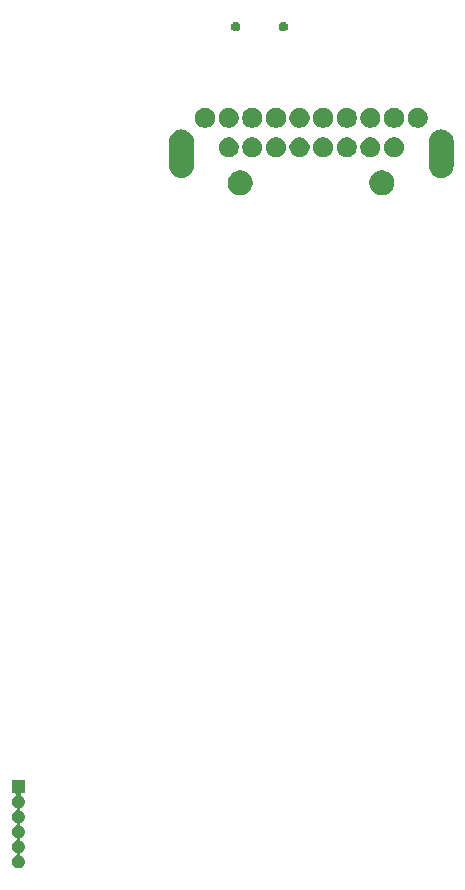
<source format=gbs>
G04 #@! TF.GenerationSoftware,KiCad,Pcbnew,(5.0.1)-4*
G04 #@! TF.CreationDate,2019-03-10T19:06:40+01:00*
G04 #@! TF.ProjectId,wiihdmi_wmi,77696968646D695F776D692E6B696361,rev?*
G04 #@! TF.SameCoordinates,Original*
G04 #@! TF.FileFunction,Soldermask,Bot*
G04 #@! TF.FilePolarity,Negative*
%FSLAX46Y46*%
G04 Gerber Fmt 4.6, Leading zero omitted, Abs format (unit mm)*
G04 Created by KiCad (PCBNEW (5.0.1)-4) date 10.03.2019 19:06:40*
%MOMM*%
%LPD*%
G01*
G04 APERTURE LIST*
%ADD10C,0.100000*%
G04 APERTURE END LIST*
D10*
G36*
X56177000Y-138727000D02*
X55948738Y-138727000D01*
X55924352Y-138729402D01*
X55900903Y-138736515D01*
X55879292Y-138748066D01*
X55860350Y-138763612D01*
X55844804Y-138782554D01*
X55833253Y-138804165D01*
X55826140Y-138827614D01*
X55823738Y-138852000D01*
X55826140Y-138876386D01*
X55833253Y-138899835D01*
X55844804Y-138921446D01*
X55860350Y-138940388D01*
X55889808Y-138962236D01*
X55933600Y-138985644D01*
X56017501Y-139054499D01*
X56086356Y-139138400D01*
X56137521Y-139234121D01*
X56169027Y-139337985D01*
X56179666Y-139446000D01*
X56169027Y-139554015D01*
X56137521Y-139657879D01*
X56086356Y-139753600D01*
X56017501Y-139837501D01*
X55933600Y-139906356D01*
X55837879Y-139957521D01*
X55825142Y-139961385D01*
X55802507Y-139970760D01*
X55782133Y-139984374D01*
X55764806Y-140001701D01*
X55751192Y-140022076D01*
X55741814Y-140044715D01*
X55737034Y-140068748D01*
X55737034Y-140093252D01*
X55741815Y-140117286D01*
X55751192Y-140139925D01*
X55764806Y-140160299D01*
X55782133Y-140177626D01*
X55802508Y-140191240D01*
X55825142Y-140200615D01*
X55837879Y-140204479D01*
X55933600Y-140255644D01*
X56017501Y-140324499D01*
X56086356Y-140408400D01*
X56137521Y-140504121D01*
X56169027Y-140607985D01*
X56179666Y-140716000D01*
X56169027Y-140824015D01*
X56137521Y-140927879D01*
X56086356Y-141023600D01*
X56017501Y-141107501D01*
X55933600Y-141176356D01*
X55837879Y-141227521D01*
X55825142Y-141231385D01*
X55802507Y-141240760D01*
X55782133Y-141254374D01*
X55764806Y-141271701D01*
X55751192Y-141292076D01*
X55741814Y-141314715D01*
X55737034Y-141338748D01*
X55737034Y-141363252D01*
X55741815Y-141387286D01*
X55751192Y-141409925D01*
X55764806Y-141430299D01*
X55782133Y-141447626D01*
X55802508Y-141461240D01*
X55825142Y-141470615D01*
X55837879Y-141474479D01*
X55933600Y-141525644D01*
X56017501Y-141594499D01*
X56086356Y-141678400D01*
X56137521Y-141774121D01*
X56169027Y-141877985D01*
X56179666Y-141986000D01*
X56169027Y-142094015D01*
X56137521Y-142197879D01*
X56086356Y-142293600D01*
X56017501Y-142377501D01*
X55933600Y-142446356D01*
X55837879Y-142497521D01*
X55825142Y-142501385D01*
X55802507Y-142510760D01*
X55782133Y-142524374D01*
X55764806Y-142541701D01*
X55751192Y-142562076D01*
X55741814Y-142584715D01*
X55737034Y-142608748D01*
X55737034Y-142633252D01*
X55741815Y-142657286D01*
X55751192Y-142679925D01*
X55764806Y-142700299D01*
X55782133Y-142717626D01*
X55802508Y-142731240D01*
X55825142Y-142740615D01*
X55837879Y-142744479D01*
X55933600Y-142795644D01*
X56017501Y-142864499D01*
X56086356Y-142948400D01*
X56137521Y-143044121D01*
X56169027Y-143147985D01*
X56179666Y-143256000D01*
X56169027Y-143364015D01*
X56137521Y-143467879D01*
X56086356Y-143563600D01*
X56017501Y-143647501D01*
X55933600Y-143716356D01*
X55837879Y-143767521D01*
X55825142Y-143771385D01*
X55802507Y-143780760D01*
X55782133Y-143794374D01*
X55764806Y-143811701D01*
X55751192Y-143832076D01*
X55741814Y-143854715D01*
X55737034Y-143878748D01*
X55737034Y-143903252D01*
X55741815Y-143927286D01*
X55751192Y-143949925D01*
X55764806Y-143970299D01*
X55782133Y-143987626D01*
X55802508Y-144001240D01*
X55825142Y-144010615D01*
X55837879Y-144014479D01*
X55933600Y-144065644D01*
X56017501Y-144134499D01*
X56086356Y-144218400D01*
X56137521Y-144314121D01*
X56169027Y-144417985D01*
X56179666Y-144526000D01*
X56169027Y-144634015D01*
X56137521Y-144737879D01*
X56086356Y-144833600D01*
X56017501Y-144917501D01*
X55933600Y-144986356D01*
X55837879Y-145037521D01*
X55734015Y-145069027D01*
X55653067Y-145077000D01*
X55598933Y-145077000D01*
X55517985Y-145069027D01*
X55414121Y-145037521D01*
X55318400Y-144986356D01*
X55234499Y-144917501D01*
X55165644Y-144833600D01*
X55114479Y-144737879D01*
X55082973Y-144634015D01*
X55072334Y-144526000D01*
X55082973Y-144417985D01*
X55114479Y-144314121D01*
X55165644Y-144218400D01*
X55234499Y-144134499D01*
X55318400Y-144065644D01*
X55414121Y-144014479D01*
X55426858Y-144010615D01*
X55449493Y-144001240D01*
X55469867Y-143987626D01*
X55487194Y-143970299D01*
X55500808Y-143949924D01*
X55510186Y-143927285D01*
X55514966Y-143903252D01*
X55514966Y-143878748D01*
X55510185Y-143854714D01*
X55500808Y-143832075D01*
X55487194Y-143811701D01*
X55469867Y-143794374D01*
X55449492Y-143780760D01*
X55426858Y-143771385D01*
X55414121Y-143767521D01*
X55318400Y-143716356D01*
X55234499Y-143647501D01*
X55165644Y-143563600D01*
X55114479Y-143467879D01*
X55082973Y-143364015D01*
X55072334Y-143256000D01*
X55082973Y-143147985D01*
X55114479Y-143044121D01*
X55165644Y-142948400D01*
X55234499Y-142864499D01*
X55318400Y-142795644D01*
X55414121Y-142744479D01*
X55426858Y-142740615D01*
X55449493Y-142731240D01*
X55469867Y-142717626D01*
X55487194Y-142700299D01*
X55500808Y-142679924D01*
X55510186Y-142657285D01*
X55514966Y-142633252D01*
X55514966Y-142608748D01*
X55510185Y-142584714D01*
X55500808Y-142562075D01*
X55487194Y-142541701D01*
X55469867Y-142524374D01*
X55449492Y-142510760D01*
X55426858Y-142501385D01*
X55414121Y-142497521D01*
X55318400Y-142446356D01*
X55234499Y-142377501D01*
X55165644Y-142293600D01*
X55114479Y-142197879D01*
X55082973Y-142094015D01*
X55072334Y-141986000D01*
X55082973Y-141877985D01*
X55114479Y-141774121D01*
X55165644Y-141678400D01*
X55234499Y-141594499D01*
X55318400Y-141525644D01*
X55414121Y-141474479D01*
X55426858Y-141470615D01*
X55449493Y-141461240D01*
X55469867Y-141447626D01*
X55487194Y-141430299D01*
X55500808Y-141409924D01*
X55510186Y-141387285D01*
X55514966Y-141363252D01*
X55514966Y-141338748D01*
X55510185Y-141314714D01*
X55500808Y-141292075D01*
X55487194Y-141271701D01*
X55469867Y-141254374D01*
X55449492Y-141240760D01*
X55426858Y-141231385D01*
X55414121Y-141227521D01*
X55318400Y-141176356D01*
X55234499Y-141107501D01*
X55165644Y-141023600D01*
X55114479Y-140927879D01*
X55082973Y-140824015D01*
X55072334Y-140716000D01*
X55082973Y-140607985D01*
X55114479Y-140504121D01*
X55165644Y-140408400D01*
X55234499Y-140324499D01*
X55318400Y-140255644D01*
X55414121Y-140204479D01*
X55426858Y-140200615D01*
X55449493Y-140191240D01*
X55469867Y-140177626D01*
X55487194Y-140160299D01*
X55500808Y-140139924D01*
X55510186Y-140117285D01*
X55514966Y-140093252D01*
X55514966Y-140068748D01*
X55510185Y-140044714D01*
X55500808Y-140022075D01*
X55487194Y-140001701D01*
X55469867Y-139984374D01*
X55449492Y-139970760D01*
X55426858Y-139961385D01*
X55414121Y-139957521D01*
X55318400Y-139906356D01*
X55234499Y-139837501D01*
X55165644Y-139753600D01*
X55114479Y-139657879D01*
X55082973Y-139554015D01*
X55072334Y-139446000D01*
X55082973Y-139337985D01*
X55114479Y-139234121D01*
X55165644Y-139138400D01*
X55234499Y-139054499D01*
X55318400Y-138985644D01*
X55362195Y-138962234D01*
X55382561Y-138948626D01*
X55399889Y-138931299D01*
X55413502Y-138910924D01*
X55422880Y-138888285D01*
X55427660Y-138864252D01*
X55427660Y-138839748D01*
X55422879Y-138815714D01*
X55413502Y-138793075D01*
X55399888Y-138772701D01*
X55382561Y-138755373D01*
X55362186Y-138741760D01*
X55339547Y-138732382D01*
X55303262Y-138727000D01*
X55075000Y-138727000D01*
X55075000Y-137625000D01*
X56177000Y-137625000D01*
X56177000Y-138727000D01*
X56177000Y-138727000D01*
G37*
G36*
X86722565Y-86033389D02*
X86913834Y-86112615D01*
X87085976Y-86227637D01*
X87232363Y-86374024D01*
X87347385Y-86546166D01*
X87426611Y-86737435D01*
X87467000Y-86940484D01*
X87467000Y-87147516D01*
X87426611Y-87350565D01*
X87347385Y-87541834D01*
X87232363Y-87713976D01*
X87085976Y-87860363D01*
X86913834Y-87975385D01*
X86722565Y-88054611D01*
X86519516Y-88095000D01*
X86312484Y-88095000D01*
X86109435Y-88054611D01*
X85918166Y-87975385D01*
X85746024Y-87860363D01*
X85599637Y-87713976D01*
X85484615Y-87541834D01*
X85405389Y-87350565D01*
X85365000Y-87147516D01*
X85365000Y-86940484D01*
X85405389Y-86737435D01*
X85484615Y-86546166D01*
X85599637Y-86374024D01*
X85746024Y-86227637D01*
X85918166Y-86112615D01*
X86109435Y-86033389D01*
X86312484Y-85993000D01*
X86519516Y-85993000D01*
X86722565Y-86033389D01*
X86722565Y-86033389D01*
G37*
G36*
X74722565Y-86033389D02*
X74913834Y-86112615D01*
X75085976Y-86227637D01*
X75232363Y-86374024D01*
X75347385Y-86546166D01*
X75426611Y-86737435D01*
X75467000Y-86940484D01*
X75467000Y-87147516D01*
X75426611Y-87350565D01*
X75347385Y-87541834D01*
X75232363Y-87713976D01*
X75085976Y-87860363D01*
X74913834Y-87975385D01*
X74722565Y-88054611D01*
X74519516Y-88095000D01*
X74312484Y-88095000D01*
X74109435Y-88054611D01*
X73918166Y-87975385D01*
X73746024Y-87860363D01*
X73599637Y-87713976D01*
X73484615Y-87541834D01*
X73405389Y-87350565D01*
X73365000Y-87147516D01*
X73365000Y-86940484D01*
X73405389Y-86737435D01*
X73484615Y-86546166D01*
X73599637Y-86374024D01*
X73746024Y-86227637D01*
X73918166Y-86112615D01*
X74109435Y-86033389D01*
X74312484Y-85993000D01*
X74519516Y-85993000D01*
X74722565Y-86033389D01*
X74722565Y-86033389D01*
G37*
G36*
X69646031Y-82546207D02*
X69844145Y-82606305D01*
X70026729Y-82703897D01*
X70186765Y-82835235D01*
X70186766Y-82835237D01*
X70186768Y-82835238D01*
X70265568Y-82931257D01*
X70318103Y-82995271D01*
X70415695Y-83177854D01*
X70475793Y-83375968D01*
X70491000Y-83530370D01*
X70491000Y-85633630D01*
X70475793Y-85788032D01*
X70415695Y-85986146D01*
X70415694Y-85986148D01*
X70408959Y-85998749D01*
X70318103Y-86168729D01*
X70186765Y-86328765D01*
X70026729Y-86460103D01*
X69844146Y-86557695D01*
X69646032Y-86617793D01*
X69440000Y-86638085D01*
X69233969Y-86617793D01*
X69035855Y-86557695D01*
X68853272Y-86460103D01*
X68693236Y-86328765D01*
X68561898Y-86168729D01*
X68471042Y-85998749D01*
X68464307Y-85986148D01*
X68464306Y-85986146D01*
X68404208Y-85788032D01*
X68389001Y-85633630D01*
X68389000Y-83530371D01*
X68404207Y-83375969D01*
X68464305Y-83177855D01*
X68561897Y-82995271D01*
X68693235Y-82835235D01*
X68693237Y-82835234D01*
X68693238Y-82835232D01*
X68853269Y-82703899D01*
X68853271Y-82703897D01*
X69035854Y-82606305D01*
X69233968Y-82546207D01*
X69440000Y-82525915D01*
X69646031Y-82546207D01*
X69646031Y-82546207D01*
G37*
G36*
X91646031Y-82546207D02*
X91844145Y-82606305D01*
X92026729Y-82703897D01*
X92186765Y-82835235D01*
X92186766Y-82835237D01*
X92186768Y-82835238D01*
X92265568Y-82931257D01*
X92318103Y-82995271D01*
X92415695Y-83177854D01*
X92475793Y-83375968D01*
X92491000Y-83530370D01*
X92491000Y-85633630D01*
X92475793Y-85788032D01*
X92415695Y-85986146D01*
X92415694Y-85986148D01*
X92408959Y-85998749D01*
X92318103Y-86168729D01*
X92186765Y-86328765D01*
X92026729Y-86460103D01*
X91844146Y-86557695D01*
X91646032Y-86617793D01*
X91440000Y-86638085D01*
X91233969Y-86617793D01*
X91035855Y-86557695D01*
X90853272Y-86460103D01*
X90693236Y-86328765D01*
X90561898Y-86168729D01*
X90471042Y-85998749D01*
X90464307Y-85986148D01*
X90464306Y-85986146D01*
X90404208Y-85788032D01*
X90389001Y-85633630D01*
X90389000Y-83530371D01*
X90404207Y-83375969D01*
X90464305Y-83177855D01*
X90561897Y-82995271D01*
X90693235Y-82835235D01*
X90693237Y-82835234D01*
X90693238Y-82835232D01*
X90853269Y-82703899D01*
X90853271Y-82703897D01*
X91035854Y-82606305D01*
X91233968Y-82546207D01*
X91440000Y-82525915D01*
X91646031Y-82546207D01*
X91646031Y-82546207D01*
G37*
G36*
X81688228Y-83225703D02*
X81843100Y-83289853D01*
X81982481Y-83382985D01*
X82101015Y-83501519D01*
X82194147Y-83640900D01*
X82258297Y-83795772D01*
X82291000Y-83960184D01*
X82291000Y-84127816D01*
X82258297Y-84292228D01*
X82194147Y-84447100D01*
X82101015Y-84586481D01*
X81982481Y-84705015D01*
X81843100Y-84798147D01*
X81688228Y-84862297D01*
X81523816Y-84895000D01*
X81356184Y-84895000D01*
X81191772Y-84862297D01*
X81036900Y-84798147D01*
X80897519Y-84705015D01*
X80778985Y-84586481D01*
X80685853Y-84447100D01*
X80621703Y-84292228D01*
X80589000Y-84127816D01*
X80589000Y-83960184D01*
X80621703Y-83795772D01*
X80685853Y-83640900D01*
X80778985Y-83501519D01*
X80897519Y-83382985D01*
X81036900Y-83289853D01*
X81191772Y-83225703D01*
X81356184Y-83193000D01*
X81523816Y-83193000D01*
X81688228Y-83225703D01*
X81688228Y-83225703D01*
G37*
G36*
X87688228Y-83225703D02*
X87843100Y-83289853D01*
X87982481Y-83382985D01*
X88101015Y-83501519D01*
X88194147Y-83640900D01*
X88258297Y-83795772D01*
X88291000Y-83960184D01*
X88291000Y-84127816D01*
X88258297Y-84292228D01*
X88194147Y-84447100D01*
X88101015Y-84586481D01*
X87982481Y-84705015D01*
X87843100Y-84798147D01*
X87688228Y-84862297D01*
X87523816Y-84895000D01*
X87356184Y-84895000D01*
X87191772Y-84862297D01*
X87036900Y-84798147D01*
X86897519Y-84705015D01*
X86778985Y-84586481D01*
X86685853Y-84447100D01*
X86621703Y-84292228D01*
X86589000Y-84127816D01*
X86589000Y-83960184D01*
X86621703Y-83795772D01*
X86685853Y-83640900D01*
X86778985Y-83501519D01*
X86897519Y-83382985D01*
X87036900Y-83289853D01*
X87191772Y-83225703D01*
X87356184Y-83193000D01*
X87523816Y-83193000D01*
X87688228Y-83225703D01*
X87688228Y-83225703D01*
G37*
G36*
X77688228Y-83225703D02*
X77843100Y-83289853D01*
X77982481Y-83382985D01*
X78101015Y-83501519D01*
X78194147Y-83640900D01*
X78258297Y-83795772D01*
X78291000Y-83960184D01*
X78291000Y-84127816D01*
X78258297Y-84292228D01*
X78194147Y-84447100D01*
X78101015Y-84586481D01*
X77982481Y-84705015D01*
X77843100Y-84798147D01*
X77688228Y-84862297D01*
X77523816Y-84895000D01*
X77356184Y-84895000D01*
X77191772Y-84862297D01*
X77036900Y-84798147D01*
X76897519Y-84705015D01*
X76778985Y-84586481D01*
X76685853Y-84447100D01*
X76621703Y-84292228D01*
X76589000Y-84127816D01*
X76589000Y-83960184D01*
X76621703Y-83795772D01*
X76685853Y-83640900D01*
X76778985Y-83501519D01*
X76897519Y-83382985D01*
X77036900Y-83289853D01*
X77191772Y-83225703D01*
X77356184Y-83193000D01*
X77523816Y-83193000D01*
X77688228Y-83225703D01*
X77688228Y-83225703D01*
G37*
G36*
X85688228Y-83225703D02*
X85843100Y-83289853D01*
X85982481Y-83382985D01*
X86101015Y-83501519D01*
X86194147Y-83640900D01*
X86258297Y-83795772D01*
X86291000Y-83960184D01*
X86291000Y-84127816D01*
X86258297Y-84292228D01*
X86194147Y-84447100D01*
X86101015Y-84586481D01*
X85982481Y-84705015D01*
X85843100Y-84798147D01*
X85688228Y-84862297D01*
X85523816Y-84895000D01*
X85356184Y-84895000D01*
X85191772Y-84862297D01*
X85036900Y-84798147D01*
X84897519Y-84705015D01*
X84778985Y-84586481D01*
X84685853Y-84447100D01*
X84621703Y-84292228D01*
X84589000Y-84127816D01*
X84589000Y-83960184D01*
X84621703Y-83795772D01*
X84685853Y-83640900D01*
X84778985Y-83501519D01*
X84897519Y-83382985D01*
X85036900Y-83289853D01*
X85191772Y-83225703D01*
X85356184Y-83193000D01*
X85523816Y-83193000D01*
X85688228Y-83225703D01*
X85688228Y-83225703D01*
G37*
G36*
X83688228Y-83225703D02*
X83843100Y-83289853D01*
X83982481Y-83382985D01*
X84101015Y-83501519D01*
X84194147Y-83640900D01*
X84258297Y-83795772D01*
X84291000Y-83960184D01*
X84291000Y-84127816D01*
X84258297Y-84292228D01*
X84194147Y-84447100D01*
X84101015Y-84586481D01*
X83982481Y-84705015D01*
X83843100Y-84798147D01*
X83688228Y-84862297D01*
X83523816Y-84895000D01*
X83356184Y-84895000D01*
X83191772Y-84862297D01*
X83036900Y-84798147D01*
X82897519Y-84705015D01*
X82778985Y-84586481D01*
X82685853Y-84447100D01*
X82621703Y-84292228D01*
X82589000Y-84127816D01*
X82589000Y-83960184D01*
X82621703Y-83795772D01*
X82685853Y-83640900D01*
X82778985Y-83501519D01*
X82897519Y-83382985D01*
X83036900Y-83289853D01*
X83191772Y-83225703D01*
X83356184Y-83193000D01*
X83523816Y-83193000D01*
X83688228Y-83225703D01*
X83688228Y-83225703D01*
G37*
G36*
X73688228Y-83225703D02*
X73843100Y-83289853D01*
X73982481Y-83382985D01*
X74101015Y-83501519D01*
X74194147Y-83640900D01*
X74258297Y-83795772D01*
X74291000Y-83960184D01*
X74291000Y-84127816D01*
X74258297Y-84292228D01*
X74194147Y-84447100D01*
X74101015Y-84586481D01*
X73982481Y-84705015D01*
X73843100Y-84798147D01*
X73688228Y-84862297D01*
X73523816Y-84895000D01*
X73356184Y-84895000D01*
X73191772Y-84862297D01*
X73036900Y-84798147D01*
X72897519Y-84705015D01*
X72778985Y-84586481D01*
X72685853Y-84447100D01*
X72621703Y-84292228D01*
X72589000Y-84127816D01*
X72589000Y-83960184D01*
X72621703Y-83795772D01*
X72685853Y-83640900D01*
X72778985Y-83501519D01*
X72897519Y-83382985D01*
X73036900Y-83289853D01*
X73191772Y-83225703D01*
X73356184Y-83193000D01*
X73523816Y-83193000D01*
X73688228Y-83225703D01*
X73688228Y-83225703D01*
G37*
G36*
X75688228Y-83225703D02*
X75843100Y-83289853D01*
X75982481Y-83382985D01*
X76101015Y-83501519D01*
X76194147Y-83640900D01*
X76258297Y-83795772D01*
X76291000Y-83960184D01*
X76291000Y-84127816D01*
X76258297Y-84292228D01*
X76194147Y-84447100D01*
X76101015Y-84586481D01*
X75982481Y-84705015D01*
X75843100Y-84798147D01*
X75688228Y-84862297D01*
X75523816Y-84895000D01*
X75356184Y-84895000D01*
X75191772Y-84862297D01*
X75036900Y-84798147D01*
X74897519Y-84705015D01*
X74778985Y-84586481D01*
X74685853Y-84447100D01*
X74621703Y-84292228D01*
X74589000Y-84127816D01*
X74589000Y-83960184D01*
X74621703Y-83795772D01*
X74685853Y-83640900D01*
X74778985Y-83501519D01*
X74897519Y-83382985D01*
X75036900Y-83289853D01*
X75191772Y-83225703D01*
X75356184Y-83193000D01*
X75523816Y-83193000D01*
X75688228Y-83225703D01*
X75688228Y-83225703D01*
G37*
G36*
X79688228Y-83225703D02*
X79843100Y-83289853D01*
X79982481Y-83382985D01*
X80101015Y-83501519D01*
X80194147Y-83640900D01*
X80258297Y-83795772D01*
X80291000Y-83960184D01*
X80291000Y-84127816D01*
X80258297Y-84292228D01*
X80194147Y-84447100D01*
X80101015Y-84586481D01*
X79982481Y-84705015D01*
X79843100Y-84798147D01*
X79688228Y-84862297D01*
X79523816Y-84895000D01*
X79356184Y-84895000D01*
X79191772Y-84862297D01*
X79036900Y-84798147D01*
X78897519Y-84705015D01*
X78778985Y-84586481D01*
X78685853Y-84447100D01*
X78621703Y-84292228D01*
X78589000Y-84127816D01*
X78589000Y-83960184D01*
X78621703Y-83795772D01*
X78685853Y-83640900D01*
X78778985Y-83501519D01*
X78897519Y-83382985D01*
X79036900Y-83289853D01*
X79191772Y-83225703D01*
X79356184Y-83193000D01*
X79523816Y-83193000D01*
X79688228Y-83225703D01*
X79688228Y-83225703D01*
G37*
G36*
X89688228Y-80725703D02*
X89843100Y-80789853D01*
X89982481Y-80882985D01*
X90101015Y-81001519D01*
X90194147Y-81140900D01*
X90258297Y-81295772D01*
X90291000Y-81460184D01*
X90291000Y-81627816D01*
X90258297Y-81792228D01*
X90194147Y-81947100D01*
X90101015Y-82086481D01*
X89982481Y-82205015D01*
X89843100Y-82298147D01*
X89688228Y-82362297D01*
X89523816Y-82395000D01*
X89356184Y-82395000D01*
X89191772Y-82362297D01*
X89036900Y-82298147D01*
X88897519Y-82205015D01*
X88778985Y-82086481D01*
X88685853Y-81947100D01*
X88621703Y-81792228D01*
X88589000Y-81627816D01*
X88589000Y-81460184D01*
X88621703Y-81295772D01*
X88685853Y-81140900D01*
X88778985Y-81001519D01*
X88897519Y-80882985D01*
X89036900Y-80789853D01*
X89191772Y-80725703D01*
X89356184Y-80693000D01*
X89523816Y-80693000D01*
X89688228Y-80725703D01*
X89688228Y-80725703D01*
G37*
G36*
X71688228Y-80725703D02*
X71843100Y-80789853D01*
X71982481Y-80882985D01*
X72101015Y-81001519D01*
X72194147Y-81140900D01*
X72258297Y-81295772D01*
X72291000Y-81460184D01*
X72291000Y-81627816D01*
X72258297Y-81792228D01*
X72194147Y-81947100D01*
X72101015Y-82086481D01*
X71982481Y-82205015D01*
X71843100Y-82298147D01*
X71688228Y-82362297D01*
X71523816Y-82395000D01*
X71356184Y-82395000D01*
X71191772Y-82362297D01*
X71036900Y-82298147D01*
X70897519Y-82205015D01*
X70778985Y-82086481D01*
X70685853Y-81947100D01*
X70621703Y-81792228D01*
X70589000Y-81627816D01*
X70589000Y-81460184D01*
X70621703Y-81295772D01*
X70685853Y-81140900D01*
X70778985Y-81001519D01*
X70897519Y-80882985D01*
X71036900Y-80789853D01*
X71191772Y-80725703D01*
X71356184Y-80693000D01*
X71523816Y-80693000D01*
X71688228Y-80725703D01*
X71688228Y-80725703D01*
G37*
G36*
X73688228Y-80725703D02*
X73843100Y-80789853D01*
X73982481Y-80882985D01*
X74101015Y-81001519D01*
X74194147Y-81140900D01*
X74258297Y-81295772D01*
X74291000Y-81460184D01*
X74291000Y-81627816D01*
X74258297Y-81792228D01*
X74194147Y-81947100D01*
X74101015Y-82086481D01*
X73982481Y-82205015D01*
X73843100Y-82298147D01*
X73688228Y-82362297D01*
X73523816Y-82395000D01*
X73356184Y-82395000D01*
X73191772Y-82362297D01*
X73036900Y-82298147D01*
X72897519Y-82205015D01*
X72778985Y-82086481D01*
X72685853Y-81947100D01*
X72621703Y-81792228D01*
X72589000Y-81627816D01*
X72589000Y-81460184D01*
X72621703Y-81295772D01*
X72685853Y-81140900D01*
X72778985Y-81001519D01*
X72897519Y-80882985D01*
X73036900Y-80789853D01*
X73191772Y-80725703D01*
X73356184Y-80693000D01*
X73523816Y-80693000D01*
X73688228Y-80725703D01*
X73688228Y-80725703D01*
G37*
G36*
X75688228Y-80725703D02*
X75843100Y-80789853D01*
X75982481Y-80882985D01*
X76101015Y-81001519D01*
X76194147Y-81140900D01*
X76258297Y-81295772D01*
X76291000Y-81460184D01*
X76291000Y-81627816D01*
X76258297Y-81792228D01*
X76194147Y-81947100D01*
X76101015Y-82086481D01*
X75982481Y-82205015D01*
X75843100Y-82298147D01*
X75688228Y-82362297D01*
X75523816Y-82395000D01*
X75356184Y-82395000D01*
X75191772Y-82362297D01*
X75036900Y-82298147D01*
X74897519Y-82205015D01*
X74778985Y-82086481D01*
X74685853Y-81947100D01*
X74621703Y-81792228D01*
X74589000Y-81627816D01*
X74589000Y-81460184D01*
X74621703Y-81295772D01*
X74685853Y-81140900D01*
X74778985Y-81001519D01*
X74897519Y-80882985D01*
X75036900Y-80789853D01*
X75191772Y-80725703D01*
X75356184Y-80693000D01*
X75523816Y-80693000D01*
X75688228Y-80725703D01*
X75688228Y-80725703D01*
G37*
G36*
X77688228Y-80725703D02*
X77843100Y-80789853D01*
X77982481Y-80882985D01*
X78101015Y-81001519D01*
X78194147Y-81140900D01*
X78258297Y-81295772D01*
X78291000Y-81460184D01*
X78291000Y-81627816D01*
X78258297Y-81792228D01*
X78194147Y-81947100D01*
X78101015Y-82086481D01*
X77982481Y-82205015D01*
X77843100Y-82298147D01*
X77688228Y-82362297D01*
X77523816Y-82395000D01*
X77356184Y-82395000D01*
X77191772Y-82362297D01*
X77036900Y-82298147D01*
X76897519Y-82205015D01*
X76778985Y-82086481D01*
X76685853Y-81947100D01*
X76621703Y-81792228D01*
X76589000Y-81627816D01*
X76589000Y-81460184D01*
X76621703Y-81295772D01*
X76685853Y-81140900D01*
X76778985Y-81001519D01*
X76897519Y-80882985D01*
X77036900Y-80789853D01*
X77191772Y-80725703D01*
X77356184Y-80693000D01*
X77523816Y-80693000D01*
X77688228Y-80725703D01*
X77688228Y-80725703D01*
G37*
G36*
X79688228Y-80725703D02*
X79843100Y-80789853D01*
X79982481Y-80882985D01*
X80101015Y-81001519D01*
X80194147Y-81140900D01*
X80258297Y-81295772D01*
X80291000Y-81460184D01*
X80291000Y-81627816D01*
X80258297Y-81792228D01*
X80194147Y-81947100D01*
X80101015Y-82086481D01*
X79982481Y-82205015D01*
X79843100Y-82298147D01*
X79688228Y-82362297D01*
X79523816Y-82395000D01*
X79356184Y-82395000D01*
X79191772Y-82362297D01*
X79036900Y-82298147D01*
X78897519Y-82205015D01*
X78778985Y-82086481D01*
X78685853Y-81947100D01*
X78621703Y-81792228D01*
X78589000Y-81627816D01*
X78589000Y-81460184D01*
X78621703Y-81295772D01*
X78685853Y-81140900D01*
X78778985Y-81001519D01*
X78897519Y-80882985D01*
X79036900Y-80789853D01*
X79191772Y-80725703D01*
X79356184Y-80693000D01*
X79523816Y-80693000D01*
X79688228Y-80725703D01*
X79688228Y-80725703D01*
G37*
G36*
X81688228Y-80725703D02*
X81843100Y-80789853D01*
X81982481Y-80882985D01*
X82101015Y-81001519D01*
X82194147Y-81140900D01*
X82258297Y-81295772D01*
X82291000Y-81460184D01*
X82291000Y-81627816D01*
X82258297Y-81792228D01*
X82194147Y-81947100D01*
X82101015Y-82086481D01*
X81982481Y-82205015D01*
X81843100Y-82298147D01*
X81688228Y-82362297D01*
X81523816Y-82395000D01*
X81356184Y-82395000D01*
X81191772Y-82362297D01*
X81036900Y-82298147D01*
X80897519Y-82205015D01*
X80778985Y-82086481D01*
X80685853Y-81947100D01*
X80621703Y-81792228D01*
X80589000Y-81627816D01*
X80589000Y-81460184D01*
X80621703Y-81295772D01*
X80685853Y-81140900D01*
X80778985Y-81001519D01*
X80897519Y-80882985D01*
X81036900Y-80789853D01*
X81191772Y-80725703D01*
X81356184Y-80693000D01*
X81523816Y-80693000D01*
X81688228Y-80725703D01*
X81688228Y-80725703D01*
G37*
G36*
X83688228Y-80725703D02*
X83843100Y-80789853D01*
X83982481Y-80882985D01*
X84101015Y-81001519D01*
X84194147Y-81140900D01*
X84258297Y-81295772D01*
X84291000Y-81460184D01*
X84291000Y-81627816D01*
X84258297Y-81792228D01*
X84194147Y-81947100D01*
X84101015Y-82086481D01*
X83982481Y-82205015D01*
X83843100Y-82298147D01*
X83688228Y-82362297D01*
X83523816Y-82395000D01*
X83356184Y-82395000D01*
X83191772Y-82362297D01*
X83036900Y-82298147D01*
X82897519Y-82205015D01*
X82778985Y-82086481D01*
X82685853Y-81947100D01*
X82621703Y-81792228D01*
X82589000Y-81627816D01*
X82589000Y-81460184D01*
X82621703Y-81295772D01*
X82685853Y-81140900D01*
X82778985Y-81001519D01*
X82897519Y-80882985D01*
X83036900Y-80789853D01*
X83191772Y-80725703D01*
X83356184Y-80693000D01*
X83523816Y-80693000D01*
X83688228Y-80725703D01*
X83688228Y-80725703D01*
G37*
G36*
X85688228Y-80725703D02*
X85843100Y-80789853D01*
X85982481Y-80882985D01*
X86101015Y-81001519D01*
X86194147Y-81140900D01*
X86258297Y-81295772D01*
X86291000Y-81460184D01*
X86291000Y-81627816D01*
X86258297Y-81792228D01*
X86194147Y-81947100D01*
X86101015Y-82086481D01*
X85982481Y-82205015D01*
X85843100Y-82298147D01*
X85688228Y-82362297D01*
X85523816Y-82395000D01*
X85356184Y-82395000D01*
X85191772Y-82362297D01*
X85036900Y-82298147D01*
X84897519Y-82205015D01*
X84778985Y-82086481D01*
X84685853Y-81947100D01*
X84621703Y-81792228D01*
X84589000Y-81627816D01*
X84589000Y-81460184D01*
X84621703Y-81295772D01*
X84685853Y-81140900D01*
X84778985Y-81001519D01*
X84897519Y-80882985D01*
X85036900Y-80789853D01*
X85191772Y-80725703D01*
X85356184Y-80693000D01*
X85523816Y-80693000D01*
X85688228Y-80725703D01*
X85688228Y-80725703D01*
G37*
G36*
X87688228Y-80725703D02*
X87843100Y-80789853D01*
X87982481Y-80882985D01*
X88101015Y-81001519D01*
X88194147Y-81140900D01*
X88258297Y-81295772D01*
X88291000Y-81460184D01*
X88291000Y-81627816D01*
X88258297Y-81792228D01*
X88194147Y-81947100D01*
X88101015Y-82086481D01*
X87982481Y-82205015D01*
X87843100Y-82298147D01*
X87688228Y-82362297D01*
X87523816Y-82395000D01*
X87356184Y-82395000D01*
X87191772Y-82362297D01*
X87036900Y-82298147D01*
X86897519Y-82205015D01*
X86778985Y-82086481D01*
X86685853Y-81947100D01*
X86621703Y-81792228D01*
X86589000Y-81627816D01*
X86589000Y-81460184D01*
X86621703Y-81295772D01*
X86685853Y-81140900D01*
X86778985Y-81001519D01*
X86897519Y-80882985D01*
X87036900Y-80789853D01*
X87191772Y-80725703D01*
X87356184Y-80693000D01*
X87523816Y-80693000D01*
X87688228Y-80725703D01*
X87688228Y-80725703D01*
G37*
G36*
X78143319Y-73418137D02*
X78194967Y-73428410D01*
X78267945Y-73458639D01*
X78333625Y-73502525D01*
X78389475Y-73558375D01*
X78389477Y-73558378D01*
X78433361Y-73624055D01*
X78463590Y-73697033D01*
X78479000Y-73774505D01*
X78479000Y-73853495D01*
X78463590Y-73930967D01*
X78433361Y-74003945D01*
X78389475Y-74069625D01*
X78333625Y-74125475D01*
X78333622Y-74125477D01*
X78267945Y-74169361D01*
X78194967Y-74199590D01*
X78143319Y-74209863D01*
X78117496Y-74215000D01*
X78038504Y-74215000D01*
X78012681Y-74209863D01*
X77961033Y-74199590D01*
X77888055Y-74169361D01*
X77822378Y-74125477D01*
X77822375Y-74125475D01*
X77766525Y-74069625D01*
X77722639Y-74003945D01*
X77692410Y-73930967D01*
X77677000Y-73853495D01*
X77677000Y-73774505D01*
X77692410Y-73697033D01*
X77722639Y-73624055D01*
X77766523Y-73558378D01*
X77766525Y-73558375D01*
X77822375Y-73502525D01*
X77888055Y-73458639D01*
X77961033Y-73428410D01*
X78012681Y-73418137D01*
X78038504Y-73413000D01*
X78117496Y-73413000D01*
X78143319Y-73418137D01*
X78143319Y-73418137D01*
G37*
G36*
X74093319Y-73418137D02*
X74144967Y-73428410D01*
X74217945Y-73458639D01*
X74283625Y-73502525D01*
X74339475Y-73558375D01*
X74339477Y-73558378D01*
X74383361Y-73624055D01*
X74413590Y-73697033D01*
X74429000Y-73774505D01*
X74429000Y-73853495D01*
X74413590Y-73930967D01*
X74383361Y-74003945D01*
X74339475Y-74069625D01*
X74283625Y-74125475D01*
X74283622Y-74125477D01*
X74217945Y-74169361D01*
X74144967Y-74199590D01*
X74093319Y-74209863D01*
X74067496Y-74215000D01*
X73988504Y-74215000D01*
X73962681Y-74209863D01*
X73911033Y-74199590D01*
X73838055Y-74169361D01*
X73772378Y-74125477D01*
X73772375Y-74125475D01*
X73716525Y-74069625D01*
X73672639Y-74003945D01*
X73642410Y-73930967D01*
X73627000Y-73853495D01*
X73627000Y-73774505D01*
X73642410Y-73697033D01*
X73672639Y-73624055D01*
X73716523Y-73558378D01*
X73716525Y-73558375D01*
X73772375Y-73502525D01*
X73838055Y-73458639D01*
X73911033Y-73428410D01*
X73962681Y-73418137D01*
X73988504Y-73413000D01*
X74067496Y-73413000D01*
X74093319Y-73418137D01*
X74093319Y-73418137D01*
G37*
M02*

</source>
